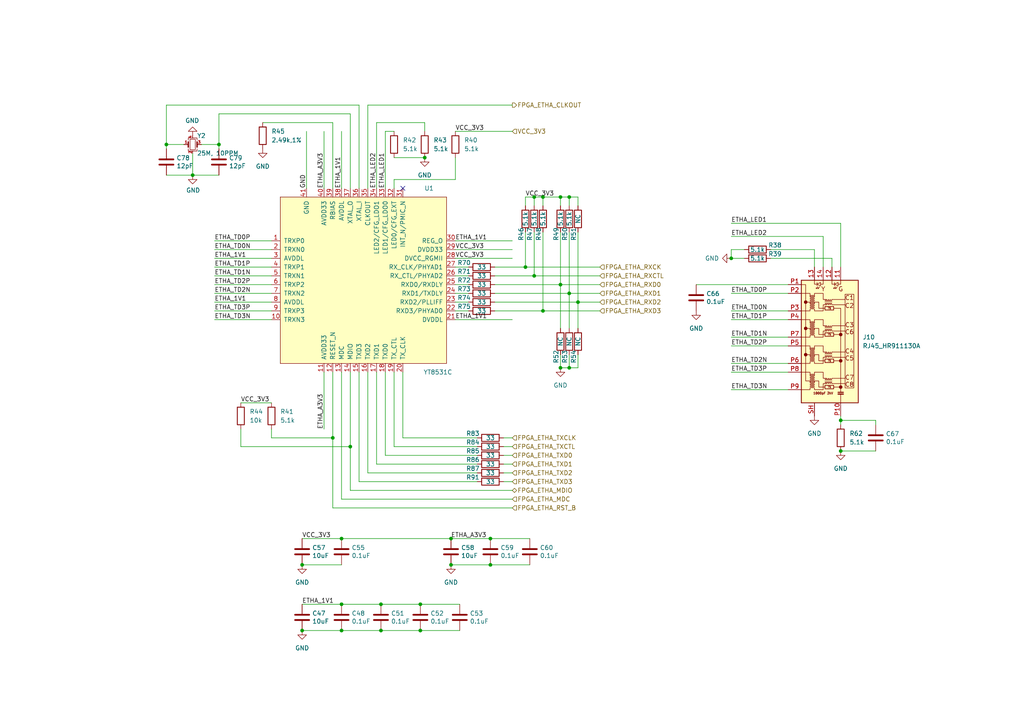
<source format=kicad_sch>
(kicad_sch (version 20230121) (generator eeschema)
  (paper "A4")
  (lib_symbols
    (symbol "Device:C" (pin_numbers hide) (pin_names (offset 0.254))
      (property "Reference" "C" (at 0.635 2.54 0))
      (property "Value" "C" (at 0.635 -2.54 0))
      (symbol "C_0_1"
        (polyline (pts (xy -2.032 -0.762) (xy 2.032 -0.762)) (stroke (width 0.508)))
        (polyline (pts (xy -2.032 0.762) (xy 2.032 0.762)) (stroke (width 0.508)))
      )
      (symbol "C_1_1"
        (pin passive line (at 0 3.81 270) (length 2.794) (name "~") (number "1"))
        (pin passive line (at 0 -3.81 90) (length 2.794) (name "~") (number "2"))
      )
    )
    (symbol "Device:Crystal_GND24_Small" (pin_names (offset 1.016) hide)
      (property "Reference" "Y" (at 1.27 4.445 0))
      (property "Value" "Crystal_GND24_Small" (at 1.27 2.54 0))
      (symbol "Crystal_GND24_Small_0_1"
        (rectangle (start -0.762 -1.524) (end 0.762 1.524))
        (polyline (pts (xy -1.27 -0.762) (xy -1.27 0.762)) (stroke (width 0.381)))
        (polyline (pts (xy 1.27 -0.762) (xy 1.27 0.762)) (stroke (width 0.381)))
        (polyline (pts (xy -1.27 -1.27) (xy -1.27 -1.905) (xy 1.27 -1.905) (xy 1.27 -1.27)))
        (polyline (pts (xy -1.27 1.27) (xy -1.27 1.905) (xy 1.27 1.905) (xy 1.27 1.27)))
      )
      (symbol "Crystal_GND24_Small_1_1"
        (pin passive line (at -2.54 0 0) (length 1.27) (name "1") (number "1"))
        (pin passive line (at 0 -2.54 90) (length 0.635) (name "2") (number "2"))
        (pin passive line (at 2.54 0 180) (length 1.27) (name "3") (number "3"))
        (pin passive line (at 0 2.54 270) (length 0.635) (name "4") (number "4"))
      )
    )
    (symbol "Device:R" (pin_numbers hide) (pin_names (offset 0))
      (property "Reference" "R" (at 2.032 0 90))
      (property "Value" "R" (at 0 0 90))
      (symbol "R_0_1"
        (rectangle (start -1.016 -2.54) (end 1.016 2.54) (stroke (width 0.254)))
      )
      (symbol "R_1_1"
        (pin passive line (at 0 3.81 270) (length 1.27) (name "~") (number "1"))
        (pin passive line (at 0 -3.81 90) (length 1.27) (name "~") (number "2"))
      )
    )
    (symbol "power:GND" (power) (pin_names (offset 0))
      (property "Value" "GND" (at 0 -3.81 0))
      (symbol "GND_0_1"
        (polyline (pts (xy 0 0) (xy 0 -1.27) (xy 1.27 -1.27) (xy 0 -2.54) (xy -1.27 -1.27) (xy 0 -1.27)))
      )
      (symbol "GND_1_1"
        (pin power_in line (at 0 0 270) (length 0) hide (name "GND") (number "1"))
      )
    )
    (symbol "vllogic_chip:YT8531C" (pin_names (offset 1.016))
      (property "Reference" "U" (at 19.05 26.67 0))
      (property "Value" "YT8531C" (at 21.59 -25.4 0))
      (symbol "YT8531C_0_1"
        (rectangle (start -24.13 24.13) (end 24.13 -24.13) (fill (type background)))
      )
      (symbol "YT8531C_1_1"
        (pin bidirectional line (at -26.67 11.43 0) (length 2.54) (name "TRXP0") (number "1"))
        (pin bidirectional line (at -26.67 -11.43 0) (length 2.54) (name "TRXN3") (number "10"))
        (pin bidirectional line (at -11.43 -26.67 90) (length 2.54) (name "AVDD33") (number "11"))
        (pin bidirectional line (at -8.89 -26.67 90) (length 2.54) (name "RESET_N") (number "12"))
        (pin bidirectional line (at -6.35 -26.67 90) (length 2.54) (name "MDC") (number "13"))
        (pin bidirectional line (at -3.81 -26.67 90) (length 2.54) (name "MDIO") (number "14"))
        (pin bidirectional line (at -1.27 -26.67 90) (length 2.54) (name "TXD3") (number "15"))
        (pin bidirectional line (at 1.27 -26.67 90) (length 2.54) (name "TXD2") (number "16"))
        (pin bidirectional line (at 3.81 -26.67 90) (length 2.54) (name "TXD1") (number "17"))
        (pin bidirectional line (at 6.35 -26.67 90) (length 2.54) (name "TXD0") (number "18"))
        (pin bidirectional line (at 8.89 -26.67 90) (length 2.54) (name "TX_CTL") (number "19"))
        (pin bidirectional line (at -26.67 8.89 0) (length 2.54) (name "TRXN0") (number "2"))
        (pin bidirectional line (at 11.43 -26.67 90) (length 2.54) (name "TX_CLK") (number "20"))
        (pin bidirectional line (at 26.67 -11.43 180) (length 2.54) (name "DVDDL") (number "21"))
        (pin bidirectional line (at 26.67 -8.89 180) (length 2.54) (name "RXD3/PHYAD0") (number "22"))
        (pin bidirectional line (at 26.67 -6.35 180) (length 2.54) (name "RXD2/PLLIFF") (number "23"))
        (pin bidirectional line (at 26.67 -3.81 180) (length 2.54) (name "RXD1/TXDLY") (number "24"))
        (pin bidirectional line (at 26.67 -1.27 180) (length 2.54) (name "RXD0/RXDLY") (number "25"))
        (pin bidirectional line (at 26.67 1.27 180) (length 2.54) (name "RX_CTL/PHYAD2") (number "26"))
        (pin bidirectional line (at 26.67 3.81 180) (length 2.54) (name "RX_CLK/PHYAD1") (number "27"))
        (pin bidirectional line (at 26.67 6.35 180) (length 2.54) (name "DVCC_RGMII") (number "28"))
        (pin bidirectional line (at 26.67 8.89 180) (length 2.54) (name "DVDD33") (number "29"))
        (pin bidirectional line (at -26.67 6.35 0) (length 2.54) (name "AVDDL") (number "3"))
        (pin bidirectional line (at 26.67 11.43 180) (length 2.54) (name "REG_O") (number "30"))
        (pin bidirectional line (at 11.43 26.67 270) (length 2.54) (name "INT_N/PMIC_N") (number "31"))
        (pin bidirectional line (at 8.89 26.67 270) (length 2.54) (name "LED0/CFG_EXT") (number "32"))
        (pin bidirectional line (at 6.35 26.67 270) (length 2.54) (name "LED1/CFG_LDO0") (number "33"))
        (pin bidirectional line (at 3.81 26.67 270) (length 2.54) (name "LED2/CFG_LDO1") (number "34"))
        (pin bidirectional line (at 1.27 26.67 270) (length 2.54) (name "CLKOUT") (number "35"))
        (pin bidirectional line (at -1.27 26.67 270) (length 2.54) (name "XTAL_I") (number "36"))
        (pin bidirectional line (at -3.81 26.67 270) (length 2.54) (name "XTAL_O") (number "37"))
        (pin bidirectional line (at -6.35 26.67 270) (length 2.54) (name "AVDDL") (number "38"))
        (pin bidirectional line (at -8.89 26.67 270) (length 2.54) (name "RBIAS") (number "39"))
        (pin bidirectional line (at -26.67 3.81 0) (length 2.54) (name "TRXP1") (number "4"))
        (pin bidirectional line (at -11.43 26.67 270) (length 2.54) (name "AVDD33") (number "40"))
        (pin bidirectional line (at -16.51 26.67 270) (length 2.54) (name "GND") (number "41"))
        (pin bidirectional line (at -26.67 1.27 0) (length 2.54) (name "TRXN1") (number "5"))
        (pin bidirectional line (at -26.67 -1.27 0) (length 2.54) (name "TRXP2") (number "6"))
        (pin bidirectional line (at -26.67 -3.81 0) (length 2.54) (name "TRXN2") (number "7"))
        (pin bidirectional line (at -26.67 -6.35 0) (length 2.54) (name "AVDDL") (number "8"))
        (pin bidirectional line (at -26.67 -8.89 0) (length 2.54) (name "TRXP3") (number "9"))
      )
    )
    (symbol "vllogic_other:RJ45_HR911130A" (pin_names hide)
      (property "Reference" "J" (at -7.62 20.32 0))
      (property "Value" "RJ45_HR911130A" (at 15.24 20.32 0))
      (symbol "RJ45_HR911130A_0_0"
        (circle (center -2.54 -11.938) (radius 0.0001) (stroke (width 0.508)))
        (circle (center -2.54 -4.318) (radius 0.0001) (stroke (width 0.508)))
        (circle (center -2.54 3.302) (radius 0.0001) (stroke (width 0.508)))
        (polyline (pts (xy -0.508 -11.938) (xy -2.54 -11.938)))
        (polyline (pts (xy 0 -10.922) (xy -3.81 -10.922)))
        (polyline (pts (xy 0 -9.398) (xy -3.81 -9.398)))
        (polyline (pts (xy 0 -3.302) (xy -3.81 -3.302)))
        (polyline (pts (xy 0 -1.778) (xy -3.81 -1.778)))
        (polyline (pts (xy 0 4.318) (xy -3.81 4.318)))
        (polyline (pts (xy 0 5.842) (xy -3.81 5.842)))
        (polyline (pts (xy 0 11.938) (xy -3.81 11.938)))
        (polyline (pts (xy 0 13.462) (xy -3.81 13.462)))
        (polyline (pts (xy 6.35 5.08) (xy 7.62 5.08)))
        (polyline (pts (xy 7.62 -2.54) (xy 6.35 -2.54)))
        (polyline (pts (xy 7.62 12.7) (xy 6.35 12.7)))
        (polyline (pts (xy 2.032 -11.938) (xy 3.81 -11.938) (xy 3.81 -10.16) (xy 5.08 -10.16)))
        (polyline (pts (xy 2.032 -4.318) (xy 3.81 -4.318) (xy 3.81 -2.54) (xy 5.08 -2.54)))
        (polyline (pts (xy 2.032 3.302) (xy 3.81 3.302) (xy 3.81 5.08) (xy 5.08 5.08)))
        (polyline (pts (xy 2.032 10.922) (xy 3.81 10.922) (xy 3.81 12.7) (xy 5.08 12.7)))
        (circle (center 7.62 -2.54) (radius 0.0001) (stroke (width 0.508)))
        (circle (center 7.62 5.08) (radius 0.0001) (stroke (width 0.508)))
        (circle (center 7.62 12.7) (radius 0.0001) (stroke (width 0.508)))
        (text "1000pF 2kV" (at 2.54 -13.716 0) (effects (font (size 0.635 0.635))))
        (text "C1" (at -5.08 13.97 0) (effects (font (size 1.27 1.27))))
        (text "C2" (at -5.08 11.684 0) (effects (font (size 1.27 1.27))))
        (text "C3" (at -5.08 6.096 0) (effects (font (size 1.27 1.27))))
        (text "C4" (at -5.08 -1.524 0) (effects (font (size 1.27 1.27))))
        (text "C5" (at -5.08 -3.556 0) (effects (font (size 1.27 1.27))))
        (text "C6" (at -5.08 4.064 0) (effects (font (size 1.27 1.27))))
        (text "C7" (at -5.08 -9.144 0) (effects (font (size 1.27 1.27))))
        (text "C8" (at -5.08 -11.176 0) (effects (font (size 1.27 1.27))))
        (text "G" (at -2.54 16.51 0) (effects (font (size 1.27 1.27))))
        (text "Y" (at 2.54 16.51 0) (effects (font (size 1.27 1.27))))
      )
      (symbol "RJ45_HR911130A_0_1"
        (rectangle (start -7.62 19.05) (end 8.89 -16.51) (stroke (width 0.254)) (fill (type background)))
        (rectangle (start -3.81 -12.192) (end -6.35 14.986))
        (rectangle (start -0.508 -12.446) (end 2.032 -11.43) (stroke (width 0.2032)))
        (rectangle (start -0.508 -4.826) (end 2.032 -3.81) (stroke (width 0.2032)))
        (rectangle (start -0.508 2.794) (end 2.032 3.81) (stroke (width 0.2032)))
        (rectangle (start -0.508 10.414) (end 2.032 11.43) (stroke (width 0.2032)))
        (arc (start 0 -9.398) (mid 0.254 -9.6509) (end 0.508 -9.398))
        (arc (start 0 -1.778) (mid 0.254 -2.0309) (end 0.508 -1.778))
        (polyline (pts (xy -3.302 -13.97) (xy -1.778 -13.97)) (stroke (width 0.3302)))
        (polyline (pts (xy -3.302 -13.462) (xy -1.778 -13.462)) (stroke (width 0.3048)))
        (polyline (pts (xy -2.54 -16.51) (xy -2.54 -13.97)))
        (polyline (pts (xy -2.54 3.302) (xy -0.508 3.302)))
        (polyline (pts (xy -1.016 16.637) (xy -1.524 17.145)))
        (polyline (pts (xy -0.762 18.415) (xy -0.762 17.399)))
        (polyline (pts (xy -0.508 -4.318) (xy -2.54 -4.318)))
        (polyline (pts (xy -0.508 16.637) (xy -1.016 17.145)))
        (polyline (pts (xy 0 -10.414) (xy 2.032 -10.414)))
        (polyline (pts (xy 0 -2.794) (xy 2.032 -2.794)))
        (polyline (pts (xy 0 4.826) (xy 2.032 4.826)))
        (polyline (pts (xy 0 12.446) (xy 2.032 12.446)))
        (polyline (pts (xy 2.032 -9.906) (xy 0 -9.906)))
        (polyline (pts (xy 2.032 -2.286) (xy 0 -2.286)))
        (polyline (pts (xy 2.032 5.334) (xy 0 5.334)))
        (polyline (pts (xy 2.032 12.954) (xy 0 12.954)))
        (polyline (pts (xy 4.064 16.637) (xy 3.556 17.145)))
        (polyline (pts (xy 4.318 18.415) (xy 4.318 17.399)))
        (polyline (pts (xy 4.572 16.637) (xy 4.064 17.145)))
        (polyline (pts (xy 5.588 -8.128) (xy 5.588 -12.192)))
        (polyline (pts (xy 5.588 -0.508) (xy 5.588 -4.572)))
        (polyline (pts (xy 5.588 7.112) (xy 5.588 3.048)))
        (polyline (pts (xy 5.588 14.732) (xy 5.588 10.668)))
        (polyline (pts (xy 5.842 -12.192) (xy 5.842 -8.128)))
        (polyline (pts (xy 5.842 -4.572) (xy 5.842 -0.508)))
        (polyline (pts (xy 5.842 3.048) (xy 5.842 7.112)))
        (polyline (pts (xy 5.842 10.668) (xy 5.842 14.732)))
        (polyline (pts (xy -2.54 -13.462) (xy -2.54 10.922) (xy -0.508 10.922)))
        (polyline (pts (xy -2.54 19.05) (xy -2.54 17.907) (xy -1.778 17.907)))
        (polyline (pts (xy -1.016 16.891) (xy -1.016 16.637) (xy -1.27 16.637)))
        (polyline (pts (xy -0.508 16.891) (xy -0.508 16.637) (xy -0.762 16.637)))
        (polyline (pts (xy 0 19.05) (xy 0 17.907) (xy -0.762 17.907)))
        (polyline (pts (xy 2.54 19.05) (xy 2.54 17.907) (xy 3.302 17.907)))
        (polyline (pts (xy 4.064 16.891) (xy 4.064 16.637) (xy 3.81 16.637)))
        (polyline (pts (xy 4.572 16.891) (xy 4.572 16.637) (xy 4.318 16.637)))
        (polyline (pts (xy 5.08 19.05) (xy 5.08 17.907) (xy 4.318 17.907)))
        (polyline (pts (xy 6.35 -12.192) (xy 6.35 -12.7) (xy 8.89 -12.7)))
        (polyline (pts (xy 6.35 -8.128) (xy 6.35 -7.62) (xy 8.89 -7.62)))
        (polyline (pts (xy 6.35 -4.572) (xy 6.35 -5.08) (xy 8.89 -5.08)))
        (polyline (pts (xy 6.35 -0.508) (xy 6.35 0) (xy 8.89 0)))
        (polyline (pts (xy 6.35 3.048) (xy 6.35 2.54) (xy 8.89 2.54)))
        (polyline (pts (xy 6.35 7.112) (xy 6.35 7.62) (xy 8.89 7.62)))
        (polyline (pts (xy 6.35 10.668) (xy 6.35 10.16) (xy 8.89 10.16)))
        (polyline (pts (xy 6.35 14.732) (xy 6.35 15.24) (xy 8.89 15.24)))
        (polyline (pts (xy -0.762 17.907) (xy -1.778 18.415) (xy -1.778 17.399) (xy -0.762 17.907)))
        (polyline (pts (xy 4.318 17.907) (xy 3.302 18.415) (xy 3.302 17.399) (xy 4.318 17.907)))
        (polyline (pts (xy 8.89 17.78) (xy 7.62 17.78) (xy 7.62 -10.16) (xy 6.35 -10.16)))
        (polyline (pts (xy 2.032 -9.398) (xy 2.54 -9.398) (xy 2.54 -7.62) (xy 5.08 -7.62) (xy 5.08 -8.128)))
        (polyline (pts (xy 2.032 -1.778) (xy 2.54 -1.778) (xy 2.54 0) (xy 5.08 0) (xy 5.08 -0.508)))
        (polyline (pts (xy 2.032 5.842) (xy 2.54 5.842) (xy 2.54 7.62) (xy 5.08 7.62) (xy 5.08 7.112)))
        (polyline (pts (xy 2.032 13.462) (xy 2.54 13.462) (xy 2.54 15.24) (xy 5.08 15.24) (xy 5.08 14.732)))
        (polyline (pts (xy 5.08 -12.192) (xy 5.08 -12.7) (xy 2.54 -12.7) (xy 2.54 -10.922) (xy 2.032 -10.922)))
        (polyline (pts (xy 5.08 -4.572) (xy 5.08 -5.08) (xy 2.54 -5.08) (xy 2.54 -3.302) (xy 2.032 -3.302)))
        (polyline (pts (xy 5.08 3.048) (xy 5.08 2.54) (xy 2.54 2.54) (xy 2.54 4.318) (xy 2.032 4.318)))
        (polyline (pts (xy 5.08 10.668) (xy 5.08 10.16) (xy 2.54 10.16) (xy 2.54 11.938) (xy 2.032 11.938)))
        (arc (start 0 5.842) (mid 0.254 5.5891) (end 0.508 5.842))
        (arc (start 0 13.462) (mid 0.254 13.2091) (end 0.508 13.462))
        (arc (start 0.508 -10.922) (mid 0.254 -10.6691) (end 0 -10.922))
        (arc (start 0.508 -9.398) (mid 0.762 -9.6509) (end 1.016 -9.398))
        (arc (start 0.508 -3.302) (mid 0.254 -3.0491) (end 0 -3.302))
        (arc (start 0.508 -1.778) (mid 0.762 -2.0309) (end 1.016 -1.778))
        (arc (start 0.508 4.318) (mid 0.254 4.5709) (end 0 4.318))
        (arc (start 0.508 5.842) (mid 0.762 5.5891) (end 1.016 5.842))
        (arc (start 0.508 11.938) (mid 0.254 12.1909) (end 0 11.938))
        (arc (start 0.508 13.462) (mid 0.762 13.2091) (end 1.016 13.462))
        (arc (start 1.016 -10.922) (mid 0.762 -10.6691) (end 0.508 -10.922))
        (arc (start 1.016 -9.398) (mid 1.27 -9.6509) (end 1.524 -9.398))
        (arc (start 1.016 -3.302) (mid 0.762 -3.0491) (end 0.508 -3.302))
        (arc (start 1.016 -1.778) (mid 1.27 -2.0309) (end 1.524 -1.778))
        (arc (start 1.016 4.318) (mid 0.762 4.5709) (end 0.508 4.318))
        (arc (start 1.016 5.842) (mid 1.27 5.5891) (end 1.524 5.842))
        (arc (start 1.016 11.938) (mid 0.762 12.1909) (end 0.508 11.938))
        (arc (start 1.016 13.462) (mid 1.27 13.2091) (end 1.524 13.462))
        (arc (start 1.524 -10.922) (mid 1.27 -10.6691) (end 1.016 -10.922))
        (arc (start 1.524 -9.398) (mid 1.778 -9.6509) (end 2.032 -9.398))
        (arc (start 1.524 -3.302) (mid 1.27 -3.0491) (end 1.016 -3.302))
        (arc (start 1.524 -1.778) (mid 1.778 -2.0309) (end 2.032 -1.778))
        (arc (start 1.524 4.318) (mid 1.27 4.5709) (end 1.016 4.318))
        (arc (start 1.524 5.842) (mid 1.778 5.5891) (end 2.032 5.842))
        (arc (start 1.524 11.938) (mid 1.27 12.1909) (end 1.016 11.938))
        (arc (start 1.524 13.462) (mid 1.778 13.2091) (end 2.032 13.462))
        (circle (center 1.778 -10.9474) (radius 0.0762) (stroke (width 0.0254)) (fill (type outline)))
        (circle (center 1.778 -9.3726) (radius 0.0762) (stroke (width 0.0254)) (fill (type outline)))
        (circle (center 1.778 -3.3274) (radius 0.0762) (stroke (width 0.0254)) (fill (type outline)))
        (circle (center 1.778 -1.7526) (radius 0.0762) (stroke (width 0.0254)) (fill (type outline)))
        (circle (center 1.778 4.2926) (radius 0.0762) (stroke (width 0.0254)) (fill (type outline)))
        (circle (center 1.778 5.8674) (radius 0.0762) (stroke (width 0.0254)) (fill (type outline)))
        (circle (center 1.778 11.9126) (radius 0.0762) (stroke (width 0.0254)) (fill (type outline)))
        (circle (center 1.778 13.4874) (radius 0.0762) (stroke (width 0.0254)) (fill (type outline)))
        (arc (start 2.032 -10.922) (mid 1.778 -10.6691) (end 1.524 -10.922))
        (arc (start 2.032 -3.302) (mid 1.778 -3.0491) (end 1.524 -3.302))
        (arc (start 2.032 4.318) (mid 1.778 4.5709) (end 1.524 4.318))
        (arc (start 2.032 11.938) (mid 1.778 12.1909) (end 1.524 11.938))
        (circle (center 5.0546 -10.414) (radius 0.0762) (stroke (width 0.0254)) (fill (type outline)))
        (circle (center 5.0546 -8.382) (radius 0.0762) (stroke (width 0.0254)) (fill (type outline)))
        (circle (center 5.0546 -2.794) (radius 0.0762) (stroke (width 0.0254)) (fill (type outline)))
        (circle (center 5.0546 -0.762) (radius 0.0762) (stroke (width 0.0254)) (fill (type outline)))
        (circle (center 5.0546 4.826) (radius 0.0762) (stroke (width 0.0254)) (fill (type outline)))
        (circle (center 5.0546 6.858) (radius 0.0762) (stroke (width 0.0254)) (fill (type outline)))
        (circle (center 5.0546 12.446) (radius 0.0762) (stroke (width 0.0254)) (fill (type outline)))
        (circle (center 5.0546 14.478) (radius 0.0762) (stroke (width 0.0254)) (fill (type outline)))
        (arc (start 5.08 -12.192) (mid 5.3329 -11.938) (end 5.08 -11.684))
        (arc (start 5.08 -11.684) (mid 5.3328 -11.43) (end 5.08 -11.176))
        (arc (start 5.08 -11.176) (mid 5.3329 -10.922) (end 5.08 -10.668))
        (arc (start 5.08 -10.668) (mid 5.3329 -10.414) (end 5.08 -10.16))
        (arc (start 5.08 -10.16) (mid 5.3329 -9.906) (end 5.08 -9.652))
        (arc (start 5.08 -9.652) (mid 5.3329 -9.398) (end 5.08 -9.144))
        (arc (start 5.08 -9.144) (mid 5.3328 -8.89) (end 5.08 -8.636))
        (arc (start 5.08 -8.636) (mid 5.3329 -8.382) (end 5.08 -8.128))
        (arc (start 5.08 -4.572) (mid 5.3329 -4.318) (end 5.08 -4.064))
        (arc (start 5.08 -4.064) (mid 5.3328 -3.81) (end 5.08 -3.556))
        (arc (start 5.08 -3.556) (mid 5.3329 -3.302) (end 5.08 -3.048))
        (arc (start 5.08 -3.048) (mid 5.3329 -2.794) (end 5.08 -2.54))
        (arc (start 5.08 -2.54) (mid 5.3329 -2.286) (end 5.08 -2.032))
        (arc (start 5.08 -2.032) (mid 5.3329 -1.778) (end 5.08 -1.524))
        (arc (start 5.08 -1.524) (mid 5.3328 -1.27) (end 5.08 -1.016))
        (arc (start 5.08 -1.016) (mid 5.3329 -0.762) (end 5.08 -0.508))
        (arc (start 5.08 3.048) (mid 5.3329 3.302) (end 5.08 3.556))
        (arc (start 5.08 3.556) (mid 5.3328 3.81) (end 5.08 4.064))
        (arc (start 5.08 4.064) (mid 5.3329 4.318) (end 5.08 4.572))
        (arc (start 5.08 4.572) (mid 5.3329 4.826) (end 5.08 5.08))
        (arc (start 5.08 5.08) (mid 5.3329 5.334) (end 5.08 5.588))
        (arc (start 5.08 5.588) (mid 5.3329 5.842) (end 5.08 6.096))
        (arc (start 5.08 6.096) (mid 5.3328 6.35) (end 5.08 6.604))
        (arc (start 5.08 6.604) (mid 5.3329 6.858) (end 5.08 7.112))
        (arc (start 5.08 10.668) (mid 5.3329 10.922) (end 5.08 11.176))
        (arc (start 5.08 11.176) (mid 5.3328 11.43) (end 5.08 11.684))
        (arc (start 5.08 11.684) (mid 5.3329 11.938) (end 5.08 12.192))
        (arc (start 5.08 12.192) (mid 5.3329 12.446) (end 5.08 12.7))
        (arc (start 5.08 12.7) (mid 5.3329 12.954) (end 5.08 13.208))
        (arc (start 5.08 13.208) (mid 5.3329 13.462) (end 5.08 13.716))
        (arc (start 5.08 13.716) (mid 5.3328 13.97) (end 5.08 14.224))
        (arc (start 5.08 14.224) (mid 5.3329 14.478) (end 5.08 14.732))
        (arc (start 6.35 -11.684) (mid 6.0971 -11.938) (end 6.35 -12.192))
        (arc (start 6.35 -11.176) (mid 6.0971 -11.43) (end 6.35 -11.684))
        (arc (start 6.35 -10.668) (mid 6.0971 -10.922) (end 6.35 -11.176))
        (arc (start 6.35 -10.16) (mid 6.0971 -10.414) (end 6.35 -10.668))
        (arc (start 6.35 -9.652) (mid 6.0971 -9.906) (end 6.35 -10.16))
        (arc (start 6.35 -9.144) (mid 6.0971 -9.398) (end 6.35 -9.652))
        (arc (start 6.35 -8.636) (mid 6.0971 -8.89) (end 6.35 -9.144))
        (arc (start 6.35 -8.128) (mid 6.0971 -8.382) (end 6.35 -8.636))
        (arc (start 6.35 -4.064) (mid 6.0971 -4.318) (end 6.35 -4.572))
        (arc (start 6.35 -3.556) (mid 6.0971 -3.81) (end 6.35 -4.064))
        (arc (start 6.35 -3.048) (mid 6.0971 -3.302) (end 6.35 -3.556))
        (arc (start 6.35 -2.54) (mid 6.0971 -2.794) (end 6.35 -3.048))
        (arc (start 6.35 -2.032) (mid 6.0971 -2.286) (end 6.35 -2.54))
        (arc (start 6.35 -1.524) (mid 6.0971 -1.778) (end 6.35 -2.032))
        (arc (start 6.35 -1.016) (mid 6.0971 -1.27) (end 6.35 -1.524))
        (arc (start 6.35 -0.508) (mid 6.0971 -0.762) (end 6.35 -1.016))
        (arc (start 6.35 3.556) (mid 6.0971 3.302) (end 6.35 3.048))
        (arc (start 6.35 4.064) (mid 6.0971 3.81) (end 6.35 3.556))
        (arc (start 6.35 4.572) (mid 6.0971 4.318) (end 6.35 4.064))
        (arc (start 6.35 5.08) (mid 6.0971 4.826) (end 6.35 4.572))
        (arc (start 6.35 5.588) (mid 6.0971 5.334) (end 6.35 5.08))
        (arc (start 6.35 6.096) (mid 6.0971 5.842) (end 6.35 5.588))
        (arc (start 6.35 6.604) (mid 6.0971 6.35) (end 6.35 6.096))
        (arc (start 6.35 7.112) (mid 6.0971 6.858) (end 6.35 6.604))
        (arc (start 6.35 11.176) (mid 6.0971 10.922) (end 6.35 10.668))
        (arc (start 6.35 11.684) (mid 6.0971 11.43) (end 6.35 11.176))
        (arc (start 6.35 12.192) (mid 6.0971 11.938) (end 6.35 11.684))
        (arc (start 6.35 12.7) (mid 6.0971 12.446) (end 6.35 12.192))
        (arc (start 6.35 13.208) (mid 6.0971 12.954) (end 6.35 12.7))
        (arc (start 6.35 13.716) (mid 6.0971 13.462) (end 6.35 13.208))
        (arc (start 6.35 14.224) (mid 6.0971 13.97) (end 6.35 13.716))
        (arc (start 6.35 14.732) (mid 6.0971 14.478) (end 6.35 14.224))
        (circle (center 6.3754 -10.414) (radius 0.0762) (stroke (width 0.0254)) (fill (type outline)))
        (circle (center 6.3754 -8.382) (radius 0.0762) (stroke (width 0.0254)) (fill (type outline)))
        (circle (center 6.3754 -2.794) (radius 0.0762) (stroke (width 0.0254)) (fill (type outline)))
        (circle (center 6.3754 -0.762) (radius 0.0762) (stroke (width 0.0254)) (fill (type outline)))
        (circle (center 6.3754 4.826) (radius 0.0762) (stroke (width 0.0254)) (fill (type outline)))
        (circle (center 6.3754 6.858) (radius 0.0762) (stroke (width 0.0254)) (fill (type outline)))
        (circle (center 6.3754 12.446) (radius 0.0762) (stroke (width 0.0254)) (fill (type outline)))
        (circle (center 6.3754 14.478) (radius 0.0762) (stroke (width 0.0254)) (fill (type outline)))
      )
      (symbol "RJ45_HR911130A_1_0"
        (text "75" (at 0.762 -11.938 0) (effects (font (size 0.508 0.508))))
        (text "75" (at 0.762 -4.318 0) (effects (font (size 0.508 0.508))))
        (text "75" (at 0.762 3.302 0) (effects (font (size 0.508 0.508))))
        (text "75" (at 0.762 10.922 0) (effects (font (size 0.508 0.508))))
      )
      (symbol "RJ45_HR911130A_1_1"
        (pin passive line (at -2.54 22.86 270) (length 3.81) (name "~") (number "11"))
        (pin passive line (at 0 22.86 270) (length 3.81) (name "~") (number "12"))
        (pin passive line (at 5.08 22.86 270) (length 3.81) (name "~") (number "13"))
        (pin passive line (at 2.54 22.86 270) (length 3.81) (name "~") (number "14"))
        (pin passive line (at 12.7 17.78 180) (length 3.81) (name "CT") (number "P1"))
        (pin power_in line (at -2.54 -20.32 90) (length 3.81) (name "GND") (number "P10"))
        (pin passive line (at 12.7 15.24 180) (length 3.81) (name "TD1+") (number "P2"))
        (pin passive line (at 12.7 10.16 180) (length 3.81) (name "TD1-") (number "P3"))
        (pin passive line (at 12.7 7.62 180) (length 3.81) (name "TD2+") (number "P4"))
        (pin passive line (at 12.7 0 180) (length 3.81) (name "TD3+") (number "P5"))
        (pin passive line (at 12.7 -5.08 180) (length 3.81) (name "TD3-") (number "P6"))
        (pin passive line (at 12.7 2.54 180) (length 3.81) (name "TD2-") (number "P7"))
        (pin passive line (at 12.7 -7.62 180) (length 3.81) (name "TD4+") (number "P8"))
        (pin passive line (at 12.7 -12.7 180) (length 3.81) (name "TD4-") (number "P9"))
        (pin passive line (at 5.08 -20.32 90) (length 3.81) (name "SH") (number "SH"))
      )
    )
  )
  (junction (at 165.1 57.15))
  (junction (at 101.6 129.54))
  (junction (at 157.48 90.17))
  (junction (at 110.49 175.26))
  (junction (at 165.1 106.68))
  (junction (at 130.81 156.21))
  (junction (at 110.49 182.88))
  (junction (at 142.24 163.83))
  (junction (at 99.06 156.21))
  (junction (at 152.4 77.47))
  (junction (at 243.84 130.81))
  (junction (at 87.63 163.83))
  (junction (at 157.48 57.15))
  (junction (at 212.09 74.93))
  (junction (at 123.19 45.72))
  (junction (at 99.06 182.88))
  (junction (at 162.56 82.55))
  (junction (at 154.94 57.15))
  (junction (at 167.64 87.63))
  (junction (at 99.06 175.26))
  (junction (at 121.92 182.88))
  (junction (at 87.63 182.88))
  (junction (at 130.81 163.83))
  (junction (at 162.56 106.68))
  (junction (at 165.1 85.09))
  (junction (at 142.24 156.21))
  (junction (at 162.56 57.15))
  (junction (at 63.5 41.91))
  (junction (at 243.84 121.92))
  (junction (at 55.88 50.8))
  (junction (at 48.26 41.91))
  (junction (at 121.92 175.26))
  (junction (at 96.52 127))
  (junction (at 154.94 80.01))
  (no_connect (at 116.84 54.61))
  (wire (pts (xy 78.74 124.46) (xy 78.74 127)))
  (wire (pts (xy 146.05 129.54) (xy 148.59 129.54)))
  (wire (pts (xy 101.6 33.02) (xy 101.6 54.61)))
  (wire (pts (xy 114.3 107.95) (xy 114.3 129.54)))
  (wire (pts (xy 165.1 85.09) (xy 165.1 95.25)))
  (wire (pts (xy 123.19 35.56) (xy 123.19 38.1)))
  (wire (pts (xy 106.68 107.95) (xy 106.68 137.16)))
  (wire (pts (xy 78.74 85.09) (xy 62.23 85.09)))
  (wire (pts (xy 114.3 45.72) (xy 123.19 45.72)))
  (wire (pts (xy 69.85 129.54) (xy 69.85 124.46)))
  (wire (pts (xy 109.22 134.62) (xy 138.43 134.62)))
  (wire (pts (xy 78.74 80.01) (xy 62.23 80.01)))
  (wire (pts (xy 162.56 57.15) (xy 165.1 57.15)))
  (wire (pts (xy 228.6 105.41) (xy 212.09 105.41)))
  (wire (pts (xy 241.3 74.93) (xy 241.3 77.47)))
  (wire (pts (xy 132.08 52.07) (xy 114.3 52.07)))
  (wire (pts (xy 101.6 107.95) (xy 101.6 129.54)))
  (wire (pts (xy 110.49 182.88) (xy 121.92 182.88)))
  (wire (pts (xy 165.1 85.09) (xy 173.99 85.09)))
  (wire (pts (xy 228.6 90.17) (xy 212.09 90.17)))
  (wire (pts (xy 162.56 82.55) (xy 162.56 95.25)))
  (wire (pts (xy 99.06 107.95) (xy 99.06 144.78)))
  (wire (pts (xy 142.24 163.83) (xy 153.67 163.83)))
  (wire (pts (xy 212.09 74.93) (xy 215.9 74.93)))
  (wire (pts (xy 152.4 57.15) (xy 154.94 57.15)))
  (wire (pts (xy 110.49 175.26) (xy 121.92 175.26)))
  (wire (pts (xy 88.9 38.1) (xy 88.9 54.61)))
  (wire (pts (xy 109.22 35.56) (xy 123.19 35.56)))
  (wire (pts (xy 162.56 82.55) (xy 173.99 82.55)))
  (wire (pts (xy 78.74 72.39) (xy 62.23 72.39)))
  (wire (pts (xy 101.6 142.24) (xy 148.59 142.24)))
  (wire (pts (xy 157.48 67.31) (xy 157.48 90.17)))
  (wire (pts (xy 96.52 35.56) (xy 76.2 35.56)))
  (wire (pts (xy 148.59 74.93) (xy 132.08 74.93)))
  (wire (pts (xy 167.64 67.31) (xy 167.64 87.63)))
  (wire (pts (xy 143.51 90.17) (xy 157.48 90.17)))
  (wire (pts (xy 87.63 163.83) (xy 99.06 163.83)))
  (wire (pts (xy 87.63 182.88) (xy 99.06 182.88)))
  (wire (pts (xy 78.74 82.55) (xy 62.23 82.55)))
  (wire (pts (xy 78.74 74.93) (xy 62.23 74.93)))
  (wire (pts (xy 96.52 147.32) (xy 148.59 147.32)))
  (wire (pts (xy 212.09 72.39) (xy 212.09 74.93)))
  (wire (pts (xy 162.56 102.87) (xy 162.56 106.68)))
  (wire (pts (xy 109.22 107.95) (xy 109.22 134.62)))
  (wire (pts (xy 243.84 130.81) (xy 254 130.81)))
  (wire (pts (xy 146.05 139.7) (xy 148.59 139.7)))
  (wire (pts (xy 78.74 90.17) (xy 62.23 90.17)))
  (wire (pts (xy 162.56 106.68) (xy 165.1 106.68)))
  (wire (pts (xy 132.08 45.72) (xy 132.08 52.07)))
  (wire (pts (xy 114.3 52.07) (xy 114.3 54.61)))
  (wire (pts (xy 162.56 67.31) (xy 162.56 82.55)))
  (wire (pts (xy 162.56 57.15) (xy 162.56 59.69)))
  (wire (pts (xy 152.4 77.47) (xy 173.99 77.47)))
  (wire (pts (xy 243.84 121.92) (xy 243.84 123.19)))
  (wire (pts (xy 143.51 77.47) (xy 152.4 77.47)))
  (wire (pts (xy 114.3 129.54) (xy 138.43 129.54)))
  (wire (pts (xy 106.68 137.16) (xy 138.43 137.16)))
  (wire (pts (xy 167.64 106.68) (xy 167.64 102.87)))
  (wire (pts (xy 99.06 38.1) (xy 99.06 54.61)))
  (wire (pts (xy 152.4 57.15) (xy 152.4 59.69)))
  (wire (pts (xy 116.84 127) (xy 138.43 127)))
  (wire (pts (xy 87.63 156.21) (xy 99.06 156.21)))
  (wire (pts (xy 132.08 90.17) (xy 135.89 90.17)))
  (wire (pts (xy 154.94 67.31) (xy 154.94 80.01)))
  (wire (pts (xy 63.5 33.02) (xy 63.5 41.91)))
  (wire (pts (xy 146.05 134.62) (xy 148.59 134.62)))
  (wire (pts (xy 154.94 57.15) (xy 154.94 59.69)))
  (wire (pts (xy 48.26 43.18) (xy 48.26 41.91)))
  (wire (pts (xy 228.6 97.79) (xy 212.09 97.79)))
  (wire (pts (xy 228.6 107.95) (xy 212.09 107.95)))
  (wire (pts (xy 143.51 85.09) (xy 165.1 85.09)))
  (wire (pts (xy 243.84 121.92) (xy 254 121.92)))
  (wire (pts (xy 96.52 107.95) (xy 96.52 127)))
  (wire (pts (xy 106.68 54.61) (xy 106.68 30.48)))
  (wire (pts (xy 121.92 182.88) (xy 133.35 182.88)))
  (wire (pts (xy 228.6 85.09) (xy 212.09 85.09)))
  (wire (pts (xy 87.63 175.26) (xy 99.06 175.26)))
  (wire (pts (xy 165.1 57.15) (xy 165.1 59.69)))
  (wire (pts (xy 167.64 57.15) (xy 167.64 59.69)))
  (wire (pts (xy 104.14 107.95) (xy 104.14 139.7)))
  (wire (pts (xy 223.52 72.39) (xy 236.22 72.39)))
  (wire (pts (xy 157.48 57.15) (xy 162.56 57.15)))
  (wire (pts (xy 104.14 30.48) (xy 104.14 54.61)))
  (wire (pts (xy 148.59 72.39) (xy 132.08 72.39)))
  (wire (pts (xy 55.88 50.8) (xy 63.5 50.8)))
  (wire (pts (xy 116.84 107.95) (xy 116.84 127)))
  (wire (pts (xy 132.08 80.01) (xy 135.89 80.01)))
  (wire (pts (xy 201.93 82.55) (xy 228.6 82.55)))
  (wire (pts (xy 101.6 129.54) (xy 101.6 142.24)))
  (wire (pts (xy 167.64 87.63) (xy 173.99 87.63)))
  (wire (pts (xy 130.81 163.83) (xy 142.24 163.83)))
  (wire (pts (xy 78.74 77.47) (xy 62.23 77.47)))
  (wire (pts (xy 142.24 156.21) (xy 153.67 156.21)))
  (wire (pts (xy 146.05 132.08) (xy 148.59 132.08)))
  (wire (pts (xy 243.84 120.65) (xy 243.84 121.92)))
  (wire (pts (xy 93.98 124.46) (xy 93.98 107.95)))
  (wire (pts (xy 146.05 137.16) (xy 148.59 137.16)))
  (wire (pts (xy 48.26 41.91) (xy 53.34 41.91)))
  (wire (pts (xy 111.76 132.08) (xy 138.43 132.08)))
  (wire (pts (xy 228.6 113.03) (xy 212.09 113.03)))
  (wire (pts (xy 167.64 87.63) (xy 167.64 95.25)))
  (wire (pts (xy 132.08 77.47) (xy 135.89 77.47)))
  (wire (pts (xy 78.74 87.63) (xy 62.23 87.63)))
  (wire (pts (xy 55.88 44.45) (xy 55.88 50.8)))
  (wire (pts (xy 109.22 35.56) (xy 109.22 54.61)))
  (wire (pts (xy 111.76 38.1) (xy 114.3 38.1)))
  (wire (pts (xy 152.4 67.31) (xy 152.4 77.47)))
  (wire (pts (xy 143.51 80.01) (xy 154.94 80.01)))
  (wire (pts (xy 148.59 92.71) (xy 132.08 92.71)))
  (wire (pts (xy 69.85 116.84) (xy 78.74 116.84)))
  (wire (pts (xy 165.1 106.68) (xy 165.1 102.87)))
  (wire (pts (xy 228.6 100.33) (xy 212.09 100.33)))
  (wire (pts (xy 48.26 50.8) (xy 55.88 50.8)))
  (wire (pts (xy 48.26 30.48) (xy 104.14 30.48)))
  (wire (pts (xy 58.42 41.91) (xy 63.5 41.91)))
  (wire (pts (xy 165.1 67.31) (xy 165.1 85.09)))
  (wire (pts (xy 154.94 57.15) (xy 157.48 57.15)))
  (wire (pts (xy 215.9 72.39) (xy 212.09 72.39)))
  (wire (pts (xy 78.74 69.85) (xy 62.23 69.85)))
  (wire (pts (xy 212.09 68.58) (xy 238.76 68.58)))
  (wire (pts (xy 236.22 72.39) (xy 236.22 77.47)))
  (wire (pts (xy 96.52 127) (xy 96.52 147.32)))
  (wire (pts (xy 223.52 74.93) (xy 241.3 74.93)))
  (wire (pts (xy 165.1 57.15) (xy 167.64 57.15)))
  (wire (pts (xy 101.6 129.54) (xy 69.85 129.54)))
  (wire (pts (xy 78.74 92.71) (xy 62.23 92.71)))
  (wire (pts (xy 143.51 87.63) (xy 167.64 87.63)))
  (wire (pts (xy 99.06 144.78) (xy 148.59 144.78)))
  (wire (pts (xy 48.26 41.91) (xy 48.26 30.48)))
  (wire (pts (xy 104.14 139.7) (xy 138.43 139.7)))
  (wire (pts (xy 148.59 69.85) (xy 132.08 69.85)))
  (wire (pts (xy 132.08 82.55) (xy 135.89 82.55)))
  (wire (pts (xy 254 121.92) (xy 254 123.19)))
  (wire (pts (xy 93.98 38.1) (xy 93.98 54.61)))
  (wire (pts (xy 165.1 106.68) (xy 167.64 106.68)))
  (wire (pts (xy 157.48 57.15) (xy 157.48 59.69)))
  (wire (pts (xy 146.05 127) (xy 148.59 127)))
  (wire (pts (xy 99.06 182.88) (xy 110.49 182.88)))
  (wire (pts (xy 238.76 68.58) (xy 238.76 77.47)))
  (wire (pts (xy 212.09 64.77) (xy 243.84 64.77)))
  (wire (pts (xy 143.51 82.55) (xy 162.56 82.55)))
  (wire (pts (xy 99.06 175.26) (xy 110.49 175.26)))
  (wire (pts (xy 96.52 35.56) (xy 96.52 54.61)))
  (wire (pts (xy 101.6 33.02) (xy 63.5 33.02)))
  (wire (pts (xy 106.68 30.48) (xy 148.59 30.48)))
  (wire (pts (xy 78.74 127) (xy 96.52 127)))
  (wire (pts (xy 99.06 156.21) (xy 130.81 156.21)))
  (wire (pts (xy 132.08 87.63) (xy 135.89 87.63)))
  (wire (pts (xy 157.48 90.17) (xy 173.99 90.17)))
  (wire (pts (xy 154.94 80.01) (xy 173.99 80.01)))
  (wire (pts (xy 111.76 38.1) (xy 111.76 54.61)))
  (wire (pts (xy 130.81 156.21) (xy 142.24 156.21)))
  (wire (pts (xy 63.5 41.91) (xy 63.5 43.18)))
  (wire (pts (xy 243.84 64.77) (xy 243.84 77.47)))
  (wire (pts (xy 132.08 38.1) (xy 148.59 38.1)))
  (wire (pts (xy 111.76 107.95) (xy 111.76 132.08)))
  (wire (pts (xy 121.92 175.26) (xy 133.35 175.26)))
  (wire (pts (xy 132.08 85.09) (xy 135.89 85.09)))
  (wire (pts (xy 228.6 92.71) (xy 212.09 92.71)))
  (label "ETHA_1V1" (at 99.06 54.61 90))
  (label "ETHA_TD0N" (at 62.23 72.39 0))
  (label "ETHA_TD2P" (at 62.23 82.55 0))
  (label "ETHA_TD1P" (at 62.23 77.47 0))
  (label "VCC_3V3" (at 132.08 72.39 0))
  (label "ETHA_A3V3" (at 93.98 54.61 90))
  (label "ETHA_TD3N" (at 62.23 92.71 0))
  (label "ETHA_LED2" (at 212.09 68.58 0))
  (label "ETHA_TD1N" (at 62.23 80.01 0))
  (label "ETHA_TD3N" (at 212.09 113.03 0))
  (label "VCC_3V3" (at 87.63 156.21 0))
  (label "ETHA_LED1" (at 111.76 54.61 90))
  (label "ETHA_A3V3" (at 93.98 124.46 90))
  (label "VCC_3V3" (at 69.85 116.84 0))
  (label "ETHA_TD2P" (at 212.09 100.33 0))
  (label "VCC_3V3" (at 132.08 74.93 0))
  (label "ETHA_TD1N" (at 212.09 97.79 0))
  (label "GND" (at 88.9 54.61 90))
  (label "ETHA_TD0P" (at 212.09 85.09 0))
  (label "VCC_3V3" (at 152.4 57.15 0))
  (label "ETHA_TD2N" (at 212.09 105.41 0))
  (label "ETHA_TD3P" (at 62.23 90.17 0))
  (label "ETHA_1V1" (at 62.23 87.63 0))
  (label "ETHA_1V1" (at 62.23 74.93 0))
  (label "ETHA_LED1" (at 212.09 64.77 0))
  (label "ETHA_TD1P" (at 212.09 92.71 0))
  (label "ETHA_TD3P" (at 212.09 107.95 0))
  (label "ETHA_TD0N" (at 212.09 90.17 0))
  (label "VCC_3V3" (at 132.08 38.1 0))
  (label "ETHA_TD2N" (at 62.23 85.09 0))
  (label "ETHA_1V1" (at 132.08 92.71 0))
  (label "ETHA_A3V3" (at 130.81 156.21 0))
  (label "ETHA_1V1" (at 132.08 69.85 0))
  (label "ETHA_1V1" (at 87.63 175.26 0))
  (label "ETHA_TD0P" (at 62.23 69.85 0))
  (label "ETHA_LED2" (at 109.22 54.61 90))
  (hierarchical_label "FPGA_ETHA_TXCLK" (shape input) (at 148.59 127 0))
  (hierarchical_label "FPGA_ETHA_CLKOUT" (shape output) (at 148.59 30.48 0))
  (hierarchical_label "FPGA_ETHA_TXD0" (shape input) (at 148.59 132.08 0))
  (hierarchical_label "FPGA_ETHA_TXD3" (shape input) (at 148.59 139.7 0))
  (hierarchical_label "FPGA_ETHA_TXCTL" (shape input) (at 148.59 129.54 0))
  (hierarchical_label "FPGA_ETHA_RXD1" (shape input) (at 173.99 85.09 0))
  (hierarchical_label "FPGA_ETHA_RST_B" (shape input) (at 148.59 147.32 0))
  (hierarchical_label "FPGA_ETHA_RXD2" (shape input) (at 173.99 87.63 0))
  (hierarchical_label "FPGA_ETHA_TXD1" (shape input) (at 148.59 134.62 0))
  (hierarchical_label "FPGA_ETHA_MDIO" (shape bidirectional) (at 148.59 142.24 0))
  (hierarchical_label "FPGA_ETHA_RXCTL" (shape input) (at 173.99 80.01 0))
  (hierarchical_label "FPGA_ETHA_RXD0" (shape input) (at 173.99 82.55 0))
  (hierarchical_label "FPGA_ETHA_TXD2" (shape input) (at 148.59 137.16 0))
  (hierarchical_label "FPGA_ETHA_MDC" (shape input) (at 148.59 144.78 0))
  (hierarchical_label "VCC_3V3" (shape input) (at 148.59 38.1 0))
  (hierarchical_label "FPGA_ETHA_RXD3" (shape input) (at 173.99 90.17 0))
  (hierarchical_label "FPGA_ETHA_RXCK" (shape input) (at 173.99 77.47 0))
  (symbol (lib_id "Device:Crystal_GND24_Small") (at 55.88 41.91 0) (unit 1)
    (property "Reference" "Y2" (at 57.15 39.37 0) (effects (justify left)))
    (property "Value" "25M, 10PPM" (at 57.15 44.45 0) (effects (justify left)))
    (property "Footprint" "vllogic:OSC_3225" (effects hide))
  )
  (symbol (lib_id "Device:R") (at 162.56 99.06 0) (unit 1)
    (property "Reference" "R52" (at 161.29 105.41 90) (effects (justify left)))
    (property "Value" "NC" (at 162.56 99.06 90))
    (property "Footprint" "Resistor_SMD:R_0402_1005Metric" (effects hide))
  )
  (symbol (lib_id "power:GND") (at 123.19 45.72 0) (unit 1)
    (property "Reference" "#PWR041" (effects hide))
    (property "Value" "GND" (at 123.19 50.8 0))
  )
  (symbol (lib_id "Device:R") (at 142.24 134.62 270) (unit 1)
    (property "Reference" "R86" (at 137.16 133.35 90))
    (property "Value" "33" (at 142.24 134.62 90))
    (property "Footprint" "Resistor_SMD:R_0402_1005Metric" (effects hide))
  )
  (symbol (lib_id "Device:R") (at 152.4 63.5 0) (unit 1)
    (property "Reference" "R46" (at 151.13 69.85 90) (effects (justify left)))
    (property "Value" "5.1k" (at 152.4 63.5 90))
    (property "Footprint" "Resistor_SMD:R_0402_1005Metric" (effects hide))
  )
  (symbol (lib_id "Device:C") (at 87.63 160.02 180) (unit 1)
    (property "Reference" "C57" (at 90.551 158.8516 0) (effects (justify right)))
    (property "Value" "10uF" (at 90.551 161.163 0) (effects (justify right)))
    (property "Footprint" "Capacitor_SMD:C_0402_1005Metric" (effects hide))
  )
  (symbol (lib_id "Device:R") (at 123.19 41.91 0) (unit 1)
    (property "Reference" "R43" (at 125.73 40.64 0) (effects (justify left)))
    (property "Value" "5.1k" (at 125.73 43.18 0) (effects (justify left)))
    (property "Footprint" "Resistor_SMD:R_0402_1005Metric" (effects hide))
  )
  (symbol (lib_id "Device:C") (at 48.26 46.99 180) (unit 1)
    (property "Reference" "C78" (at 51.181 45.8216 0) (effects (justify right)))
    (property "Value" "12pF" (at 51.181 48.133 0) (effects (justify right)))
    (property "Footprint" "Capacitor_SMD:C_0402_1005Metric" (effects hide))
  )
  (symbol (lib_id "Device:R") (at 219.71 74.93 270) (unit 1)
    (property "Reference" "R39" (at 224.79 73.66 90))
    (property "Value" "5.1k" (at 219.71 74.93 90))
    (property "Footprint" "Resistor_SMD:R_0402_1005Metric" (effects hide))
  )
  (symbol (lib_id "Device:R") (at 114.3 41.91 0) (unit 1)
    (property "Reference" "R42" (at 116.84 40.64 0) (effects (justify left)))
    (property "Value" "5.1k" (at 116.84 43.18 0) (effects (justify left)))
    (property "Footprint" "Resistor_SMD:R_0402_1005Metric" (effects hide))
  )
  (symbol (lib_id "vllogic_other:RJ45_HR911130A") (at 241.3 100.33 0) (mirror y) (unit 1)
    (property "Reference" "J10" (at 250.19 97.79 0) (effects (justify right)))
    (property "Value" "RJ45_HR911130A" (at 250.19 100.33 0) (effects (justify right)))
    (property "Footprint" "vllogic:RJ45_HR911130A" (effects hide))
  )
  (symbol (lib_id "Device:C") (at 133.35 179.07 180) (unit 1)
    (property "Reference" "C53" (at 136.271 177.9016 0) (effects (justify right)))
    (property "Value" "0.1uF" (at 136.271 180.213 0) (effects (justify right)))
    (property "Footprint" "Capacitor_SMD:C_0402_1005Metric" (effects hide))
  )
  (symbol (lib_id "power:GND") (at 55.88 50.8 0) (unit 1)
    (property "Reference" "#PWR068" (effects hide))
    (property "Value" "GND" (at 56.007 55.1942 0))
  )
  (symbol (lib_id "power:GND") (at 236.22 120.65 0) (unit 1)
    (property "Reference" "#PWR043" (effects hide))
    (property "Value" "GND" (at 236.22 125.73 0))
  )
  (symbol (lib_id "power:GND") (at 130.81 163.83 0) (unit 1)
    (property "Reference" "#PWR047" (effects hide))
    (property "Value" "GND" (at 130.81 168.91 0))
  )
  (symbol (lib_id "Device:R") (at 78.74 120.65 0) (unit 1)
    (property "Reference" "R41" (at 81.28 119.38 0) (effects (justify left)))
    (property "Value" "5.1k" (at 81.28 121.92 0) (effects (justify left)))
    (property "Footprint" "Resistor_SMD:R_0402_1005Metric" (effects hide))
  )
  (symbol (lib_id "Device:R") (at 69.85 120.65 0) (unit 1)
    (property "Reference" "R44" (at 72.39 119.38 0) (effects (justify left)))
    (property "Value" "10k" (at 72.39 121.92 0) (effects (justify left)))
    (property "Footprint" "Resistor_SMD:R_0402_1005Metric" (effects hide))
  )
  (symbol (lib_id "power:GND") (at 76.2 43.18 0) (unit 1)
    (property "Reference" "#PWR048" (effects hide))
    (property "Value" "GND" (at 76.2 48.26 0))
  )
  (symbol (lib_id "Device:R") (at 142.24 139.7 270) (unit 1)
    (property "Reference" "R91" (at 137.16 138.43 90))
    (property "Value" "33" (at 142.24 139.7 90))
    (property "Footprint" "Resistor_SMD:R_0402_1005Metric" (effects hide))
  )
  (symbol (lib_id "Device:R") (at 142.24 137.16 270) (unit 1)
    (property "Reference" "R87" (at 137.16 135.89 90))
    (property "Value" "33" (at 142.24 137.16 90))
    (property "Footprint" "Resistor_SMD:R_0402_1005Metric" (effects hide))
  )
  (symbol (lib_id "Device:R") (at 142.24 132.08 270) (unit 1)
    (property "Reference" "R85" (at 137.16 130.81 90))
    (property "Value" "33" (at 142.24 132.08 90))
    (property "Footprint" "Resistor_SMD:R_0402_1005Metric" (effects hide))
  )
  (symbol (lib_id "Device:R") (at 139.7 90.17 270) (unit 1)
    (property "Reference" "R75" (at 134.62 88.9 90))
    (property "Value" "33" (at 139.7 90.17 90))
    (property "Footprint" "Resistor_SMD:R_0402_1005Metric" (effects hide))
  )
  (symbol (lib_id "Device:C") (at 99.06 179.07 180) (unit 1)
    (property "Reference" "C48" (at 101.981 177.9016 0) (effects (justify right)))
    (property "Value" "0.1uF" (at 101.981 180.213 0) (effects (justify right)))
    (property "Footprint" "Capacitor_SMD:C_0402_1005Metric" (effects hide))
  )
  (symbol (lib_id "Device:R") (at 139.7 80.01 270) (unit 1)
    (property "Reference" "R71" (at 134.62 78.74 90))
    (property "Value" "33" (at 139.7 80.01 90))
    (property "Footprint" "Resistor_SMD:R_0402_1005Metric" (effects hide))
  )
  (symbol (lib_id "Device:R") (at 165.1 63.5 0) (unit 1)
    (property "Reference" "R50" (at 163.83 69.85 90) (effects (justify left)))
    (property "Value" "5.1k" (at 165.1 63.5 90))
    (property "Footprint" "Resistor_SMD:R_0402_1005Metric" (effects hide))
  )
  (symbol (lib_id "Device:C") (at 110.49 179.07 180) (unit 1)
    (property "Reference" "C51" (at 113.411 177.9016 0) (effects (justify right)))
    (property "Value" "0.1uF" (at 113.411 180.213 0) (effects (justify right)))
    (property "Footprint" "Capacitor_SMD:C_0402_1005Metric" (effects hide))
  )
  (symbol (lib_id "Device:R") (at 139.7 77.47 270) (unit 1)
    (property "Reference" "R70" (at 134.62 76.2 90))
    (property "Value" "33" (at 139.7 77.47 90))
    (property "Footprint" "Resistor_SMD:R_0402_1005Metric" (effects hide))
  )
  (symbol (lib_id "Device:C") (at 121.92 179.07 180) (unit 1)
    (property "Reference" "C52" (at 124.841 177.9016 0) (effects (justify right)))
    (property "Value" "0.1uF" (at 124.841 180.213 0) (effects (justify right)))
    (property "Footprint" "Capacitor_SMD:C_0402_1005Metric" (effects hide))
  )
  (symbol (lib_id "power:GND") (at 87.63 163.83 0) (unit 1)
    (property "Reference" "#PWR046" (effects hide))
    (property "Value" "GND" (at 87.63 168.91 0))
  )
  (symbol (lib_id "power:GND") (at 162.56 106.68 0) (unit 1)
    (property "Reference" "#PWR051" (effects hide))
    (property "Value" "GND" (at 162.56 111.76 0))
  )
  (symbol (lib_id "Device:R") (at 142.24 127 270) (unit 1)
    (property "Reference" "R83" (at 137.16 125.73 90))
    (property "Value" "33" (at 142.24 127 90))
    (property "Footprint" "Resistor_SMD:R_0402_1005Metric" (effects hide))
  )
  (symbol (lib_id "power:GND") (at 87.63 182.88 0) (unit 1)
    (property "Reference" "#PWR045" (effects hide))
    (property "Value" "GND" (at 87.63 187.96 0))
  )
  (symbol (lib_id "Device:R") (at 142.24 129.54 270) (unit 1)
    (property "Reference" "R84" (at 137.16 128.27 90))
    (property "Value" "33" (at 142.24 129.54 90))
    (property "Footprint" "Resistor_SMD:R_0402_1005Metric" (effects hide))
  )
  (symbol (lib_id "Device:C") (at 142.24 160.02 180) (unit 1)
    (property "Reference" "C59" (at 145.161 158.8516 0) (effects (justify right)))
    (property "Value" "0.1uF" (at 145.161 161.163 0) (effects (justify right)))
    (property "Footprint" "Capacitor_SMD:C_0402_1005Metric" (effects hide))
  )
  (symbol (lib_id "Device:R") (at 167.64 99.06 0) (unit 1)
    (property "Reference" "R54" (at 166.37 105.41 90) (effects (justify left)))
    (property "Value" "NC" (at 167.64 99.06 90))
    (property "Footprint" "Resistor_SMD:R_0402_1005Metric" (effects hide))
  )
  (symbol (lib_id "Device:R") (at 162.56 63.5 0) (unit 1)
    (property "Reference" "R49" (at 161.29 69.85 90) (effects (justify left)))
    (property "Value" "5.1k" (at 162.56 63.5 90))
    (property "Footprint" "Resistor_SMD:R_0402_1005Metric" (effects hide))
  )
  (symbol (lib_id "power:GND") (at 55.88 39.37 180) (unit 1)
    (property "Reference" "#PWR067" (effects hide))
    (property "Value" "GND" (at 55.753 34.9758 0))
  )
  (symbol (lib_id "power:GND") (at 201.93 90.17 0) (unit 1)
    (property "Reference" "#PWR057" (effects hide))
    (property "Value" "GND" (at 201.93 95.25 0))
  )
  (symbol (lib_id "Device:C") (at 63.5 46.99 180) (unit 1)
    (property "Reference" "C79" (at 66.421 45.8216 0) (effects (justify right)))
    (property "Value" "12pF" (at 66.421 48.133 0) (effects (justify right)))
    (property "Footprint" "Capacitor_SMD:C_0402_1005Metric" (effects hide))
  )
  (symbol (lib_id "Device:C") (at 153.67 160.02 180) (unit 1)
    (property "Reference" "C60" (at 156.591 158.8516 0) (effects (justify right)))
    (property "Value" "0.1uF" (at 156.591 161.163 0) (effects (justify right)))
    (property "Footprint" "Capacitor_SMD:C_0402_1005Metric" (effects hide))
  )
  (symbol (lib_id "power:GND") (at 243.84 130.81 0) (unit 1)
    (property "Reference" "#PWR044" (effects hide))
    (property "Value" "GND" (at 243.84 135.89 0))
  )
  (symbol (lib_id "Device:C") (at 99.06 160.02 180) (unit 1)
    (property "Reference" "C55" (at 101.981 158.8516 0) (effects (justify right)))
    (property "Value" "0.1uF" (at 101.981 161.163 0) (effects (justify right)))
    (property "Footprint" "Capacitor_SMD:C_0402_1005Metric" (effects hide))
  )
  (symbol (lib_id "Device:R") (at 165.1 99.06 0) (unit 1)
    (property "Reference" "R53" (at 163.83 105.41 90) (effects (justify left)))
    (property "Value" "NC" (at 165.1 99.06 90))
    (property "Footprint" "Resistor_SMD:R_0402_1005Metric" (effects hide))
  )
  (symbol (lib_id "Device:R") (at 243.84 127 0) (unit 1)
    (property "Reference" "R62" (at 246.38 125.73 0) (effects (justify left)))
    (property "Value" "5.1k" (at 246.38 128.27 0) (effects (justify left)))
    (property "Footprint" "Resistor_SMD:R_0402_1005Metric" (effects hide))
  )
  (symbol (lib_id "Device:C") (at 87.63 179.07 180) (unit 1)
    (property "Reference" "C47" (at 90.551 177.9016 0) (effects (justify right)))
    (property "Value" "10uF" (at 90.551 180.213 0) (effects (justify right)))
    (property "Footprint" "Capacitor_SMD:C_0402_1005Metric" (effects hide))
  )
  (symbol (lib_id "Device:C") (at 201.93 86.36 180) (unit 1)
    (property "Reference" "C66" (at 204.851 85.1916 0) (effects (justify right)))
    (property "Value" "0.1uF" (at 204.851 87.503 0) (effects (justify right)))
    (property "Footprint" "Capacitor_SMD:C_0402_1005Metric" (effects hide))
  )
  (symbol (lib_id "Device:C") (at 254 127 180) (unit 1)
    (property "Reference" "C67" (at 256.921 125.8316 0) (effects (justify right)))
    (property "Value" "0.1uF" (at 256.921 128.143 0) (effects (justify right)))
    (property "Footprint" "Capacitor_SMD:C_0402_1005Metric" (effects hide))
  )
  (symbol (lib_id "Device:R") (at 139.7 87.63 270) (unit 1)
    (property "Reference" "R74" (at 134.62 86.36 90))
    (property "Value" "33" (at 139.7 87.63 90))
    (property "Footprint" "Resistor_SMD:R_0402_1005Metric" (effects hide))
  )
  (symbol (lib_id "Device:R") (at 154.94 63.5 0) (unit 1)
    (property "Reference" "R47" (at 153.67 69.85 90) (effects (justify left)))
    (property "Value" "5.1k" (at 154.94 63.5 90))
    (property "Footprint" "Resistor_SMD:R_0402_1005Metric" (effects hide))
  )
  (symbol (lib_id "Device:R") (at 139.7 82.55 270) (unit 1)
    (property "Reference" "R72" (at 134.62 81.28 90))
    (property "Value" "33" (at 139.7 82.55 90))
    (property "Footprint" "Resistor_SMD:R_0402_1005Metric" (effects hide))
  )
  (symbol (lib_id "Device:R") (at 139.7 85.09 270) (unit 1)
    (property "Reference" "R73" (at 134.62 83.82 90))
    (property "Value" "33" (at 139.7 85.09 90))
    (property "Footprint" "Resistor_SMD:R_0402_1005Metric" (effects hide))
  )
  (symbol (lib_id "Device:R") (at 157.48 63.5 0) (unit 1)
    (property "Reference" "R48" (at 156.21 69.85 90) (effects (justify left)))
    (property "Value" "5.1k" (at 157.48 63.5 90))
    (property "Footprint" "Resistor_SMD:R_0402_1005Metric" (effects hide))
  )
  (symbol (lib_id "power:GND") (at 212.09 74.93 270) (unit 1)
    (property "Reference" "#PWR042" (effects hide))
    (property "Value" "GND" (at 204.47 74.93 90) (effects (justify left)))
  )
  (symbol (lib_id "Device:R") (at 132.08 41.91 0) (unit 1)
    (property "Reference" "R40" (at 134.62 40.64 0) (effects (justify left)))
    (property "Value" "5.1k" (at 134.62 43.18 0) (effects (justify left)))
    (property "Footprint" "Resistor_SMD:R_0402_1005Metric" (effects hide))
  )
  (symbol (lib_id "vllogic_chip:YT8531C") (at 105.41 81.28 0) (unit 1)
    (property "Reference" "U1" (at 124.46 54.61 0))
    (property "Value" "YT8531C" (at 127 107.95 0))
    (property "Footprint" "Package_DFN_QFN:QFN-40-1EP_5x5mm_P0.4mm_EP3.6x3.6mm" (effects hide))
  )
  (symbol (lib_id "Device:R") (at 219.71 72.39 270) (unit 1)
    (property "Reference" "R38" (at 224.79 71.12 90))
    (property "Value" "5.1k" (at 219.71 72.39 90))
    (property "Footprint" "Resistor_SMD:R_0402_1005Metric" (effects hide))
  )
  (symbol (lib_id "Device:C") (at 130.81 160.02 180) (unit 1)
    (property "Reference" "C58" (at 133.731 158.8516 0) (effects (justify right)))
    (property "Value" "10uF" (at 133.731 161.163 0) (effects (justify right)))
    (property "Footprint" "Capacitor_SMD:C_0402_1005Metric" (effects hide))
  )
  (symbol (lib_id "Device:R") (at 76.2 39.37 0) (unit 1)
    (property "Reference" "R45" (at 78.74 38.1 0) (effects (justify left)))
    (property "Value" "2.49k,1%" (at 78.74 40.64 0) (effects (justify left)))
    (property "Footprint" "Resistor_SMD:R_0402_1005Metric" (effects hide))
  )
  (symbol (lib_id "Device:R") (at 167.64 63.5 0) (unit 1)
    (property "Reference" "R51" (at 166.37 69.85 90) (effects (justify left)))
    (property "Value" "NC" (at 167.64 63.5 90))
    (property "Footprint" "Resistor_SMD:R_0402_1005Metric" (effects hide))
  )
)
</source>
